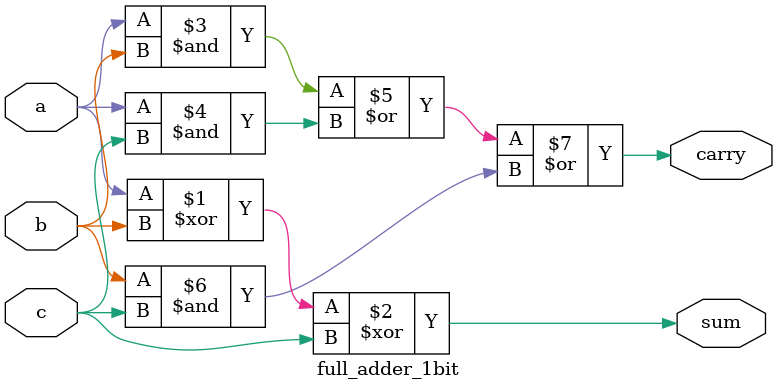
<source format=v>
`timescale 1ns / 1ps

module full_adder_1bit(a,b,c,carry,sum);
input a,b,c;
output sum, carry;

assign sum = a^b^c;
assign carry = (a&b)|(a&c)|(b&c);
endmodule

</source>
